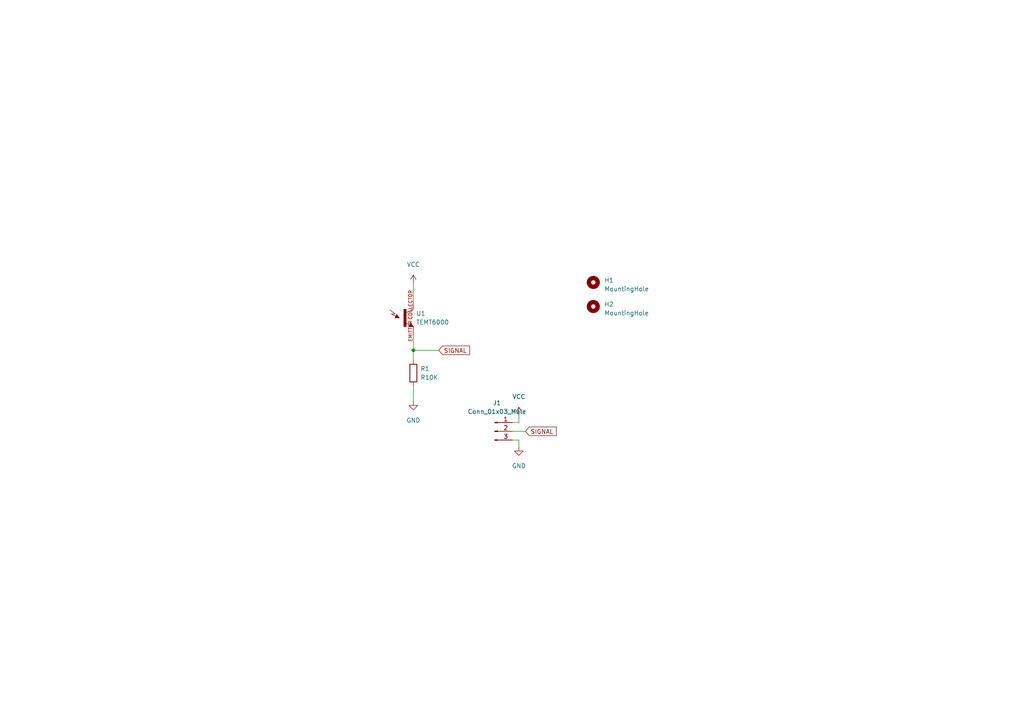
<source format=kicad_sch>
(kicad_sch (version 20230121) (generator eeschema)
  (paper "A4")
  (lib_symbols
    (symbol "Connector:Conn_01x03_Male" (pin_names (offset 1.016) hide)
      (property "Reference" "J" (at 0 5.08 0))
      (property "Value" "Conn_01x03_Male" (at 0 -5.08 0))
      (symbol "Conn_01x03_Male_1_1"
        (polyline (pts (xy 1.27 -2.54) (xy 0.8636 -2.54)) (stroke (width 0.1524)))
        (polyline (pts (xy 1.27 0) (xy 0.8636 0)) (stroke (width 0.1524)))
        (polyline (pts (xy 1.27 2.54) (xy 0.8636 2.54)) (stroke (width 0.1524)))
        (rectangle (start 0.8636 -2.413) (end 0 -2.667) (stroke (width 0.1524)) (fill (type outline)))
        (rectangle (start 0.8636 0.127) (end 0 -0.127) (stroke (width 0.1524)) (fill (type outline)))
        (rectangle (start 0.8636 2.667) (end 0 2.413) (stroke (width 0.1524)) (fill (type outline)))
        (pin passive line (at 5.08 2.54 180) (length 3.81) (name "Pin_1") (number "1"))
        (pin passive line (at 5.08 0 180) (length 3.81) (name "Pin_2") (number "2"))
        (pin passive line (at 5.08 -2.54 180) (length 3.81) (name "Pin_3") (number "3"))
      )
    )
    (symbol "Device:R" (pin_numbers hide) (pin_names (offset 0))
      (property "Reference" "R" (at 2.032 0 90))
      (property "Value" "R" (at 0 0 90))
      (symbol "R_0_1"
        (rectangle (start -1.016 -2.54) (end 1.016 2.54) (stroke (width 0.254)))
      )
      (symbol "R_1_1"
        (pin passive line (at 0 3.81 270) (length 1.27) (name "~") (number "1"))
        (pin passive line (at 0 -3.81 90) (length 1.27) (name "~") (number "2"))
      )
    )
    (symbol "Mechanical:MountingHole" (pin_names (offset 1.016))
      (property "Reference" "H" (at 0 5.08 0))
      (property "Value" "MountingHole" (at 0 3.175 0))
      (symbol "MountingHole_0_1"
        (circle (center 0 0) (radius 1.27) (stroke (width 1.27)))
      )
    )
    (symbol "TEMT6000:TEMT6000" (pin_names (offset 1.016))
      (property "Reference" "U" (at 5.0868 2.5434 0))
      (property "Value" "TEMT6000" (at 5.0863 -5.0863 0))
      (symbol "TEMT6000_0_0"
        (rectangle (start -0.2544 -2.5443) (end 0.508 2.54) (stroke (width 0.1)) (fill (type outline)))
        (polyline (pts (xy -3.81 1.143) (xy -2.794 1.143)) (stroke (width 0.1524)))
        (polyline (pts (xy -2.794 0) (xy -2.286 1.016)) (stroke (width 0.1524)))
        (polyline (pts (xy -2.794 1.143) (xy -4.191 2.286)) (stroke (width 0.1524)))
        (polyline (pts (xy -2.54 0.127) (xy -1.778 0.127)) (stroke (width 0.254)))
        (polyline (pts (xy -2.54 0.254) (xy -2.159 0.254)) (stroke (width 0.254)))
        (polyline (pts (xy -2.524 0.5) (xy -3.756 1.116)) (stroke (width 0.1524)))
        (polyline (pts (xy -2.286 0.762) (xy -2.54 0.254)) (stroke (width 0.254)))
        (polyline (pts (xy -2.286 1.016) (xy -1.524 0)) (stroke (width 0.1524)))
        (polyline (pts (xy -2.159 0.254) (xy -2.286 0.508)) (stroke (width 0.254)))
        (polyline (pts (xy -1.778 0.127) (xy -2.286 0.762)) (stroke (width 0.254)))
        (polyline (pts (xy -1.524 0) (xy -2.794 0)) (stroke (width 0.1524)))
        (polyline (pts (xy 1.27 -2.54) (xy 1.778 -1.524)) (stroke (width 0.1524)))
        (polyline (pts (xy 1.524 -2.413) (xy 2.286 -2.413)) (stroke (width 0.254)))
        (polyline (pts (xy 1.524 -2.286) (xy 1.905 -2.286)) (stroke (width 0.254)))
        (polyline (pts (xy 1.54 -2.04) (xy 0.308 -1.424)) (stroke (width 0.1524)))
        (polyline (pts (xy 1.778 -1.778) (xy 1.524 -2.286)) (stroke (width 0.254)))
        (polyline (pts (xy 1.778 -1.524) (xy 2.54 -2.54)) (stroke (width 0.1524)))
        (polyline (pts (xy 1.905 -2.286) (xy 1.778 -2.032)) (stroke (width 0.254)))
        (polyline (pts (xy 2.286 -2.413) (xy 1.778 -1.778)) (stroke (width 0.254)))
        (polyline (pts (xy 2.54 -2.54) (xy 1.27 -2.54)) (stroke (width 0.1524)))
        (polyline (pts (xy 2.54 2.54) (xy 0.508 1.524)) (stroke (width 0.1524)))
        (pin passive line (at 2.54 5.08 270) (length 2.54) (name "~") (number "COLLECTOR"))
        (pin passive line (at 2.54 -5.08 90) (length 2.54) (name "~") (number "EMITTER"))
      )
    )
    (symbol "power:GND" (power) (pin_names (offset 0))
      (property "Value" "GND" (at 0 -3.81 0))
      (symbol "GND_0_1"
        (polyline (pts (xy 0 0) (xy 0 -1.27) (xy 1.27 -1.27) (xy 0 -2.54) (xy -1.27 -1.27) (xy 0 -1.27)))
      )
      (symbol "GND_1_1"
        (pin power_in line (at 0 0 270) (length 0) hide (name "GND") (number "1"))
      )
    )
    (symbol "power:VCC" (power) (pin_names (offset 0))
      (property "Value" "VCC" (at 0 3.81 0))
      (symbol "VCC_0_1"
        (polyline (pts (xy -0.762 1.27) (xy 0 2.54)))
        (polyline (pts (xy 0 0) (xy 0 2.54)))
        (polyline (pts (xy 0 2.54) (xy 0.762 1.27)))
      )
      (symbol "VCC_1_1"
        (pin power_in line (at 0 0 90) (length 0) hide (name "VCC") (number "1"))
      )
    )
  )
  (junction (at 119.888 101.6))
  (wire (pts (xy 148.59 127.635) (xy 150.495 127.635)))
  (wire (pts (xy 148.59 122.555) (xy 150.495 122.555)))
  (wire (pts (xy 148.59 125.095) (xy 152.4 125.095)))
  (wire (pts (xy 119.888 82.296) (xy 119.888 87.122)))
  (wire (pts (xy 119.888 101.6) (xy 127.254 101.6)))
  (wire (pts (xy 150.495 127.635) (xy 150.495 129.54)))
  (wire (pts (xy 119.888 101.6) (xy 119.888 104.394)))
  (wire (pts (xy 150.495 122.555) (xy 150.495 120.65)))
  (wire (pts (xy 119.888 97.282) (xy 119.888 101.6)))
  (wire (pts (xy 119.888 112.014) (xy 119.888 116.332)))
  (global_label "SIGNAL" (shape input) (at 152.4 125.095 0) (property "Intersheetrefs" "${INTERSHEET_REFS}" (effects hide)))
  (global_label "SIGNAL" (shape input) (at 127.254 101.6 0) (property "Intersheetrefs" "${INTERSHEET_REFS}" (effects hide)))
  (symbol (lib_id "power:GND") (at 119.888 116.332 0) (unit 1)
    (property "Reference" "#PWR0103" (effects hide))
    (property "Value" "GND" (at 119.888 121.92 0))
  )
  (symbol (lib_id "Mechanical:MountingHole") (at 172.085 81.915 0) (unit 1)
    (property "Reference" "H1" (at 175.26 81.28 0) (effects (justify left)))
    (property "Value" "MountingHole" (at 175.26 83.82 0) (effects (justify left)))
    (property "Footprint" "MountingHole:MountingHole_3.2mm_M3_DIN965_Pad_TopOnly" (effects hide))
  )
  (symbol (lib_id "power:VCC") (at 119.888 82.296 0) (unit 1)
    (property "Reference" "#PWR0101" (effects hide))
    (property "Value" "VCC" (at 119.888 76.708 0))
  )
  (symbol (lib_id "Mechanical:MountingHole") (at 172.085 88.9 0) (unit 1)
    (property "Reference" "H2" (at 175.26 88.265 0) (effects (justify left)))
    (property "Value" "MountingHole" (at 175.26 90.805 0) (effects (justify left)))
    (property "Footprint" "MountingHole:MountingHole_3.2mm_M3_DIN965_Pad_TopOnly" (effects hide))
  )
  (symbol (lib_id "Device:R") (at 119.888 108.204 0) (unit 1)
    (property "Reference" "R1" (at 121.92 106.9339 0) (effects (justify left)))
    (property "Value" "R10K" (at 121.92 109.4739 0) (effects (justify left)))
    (property "Footprint" "Resistor_SMD:R_0805_2012Metric_Pad1.20x1.40mm_HandSolder" (effects hide))
  )
  (symbol (lib_id "Connector:Conn_01x03_Male") (at 143.51 125.095 0) (unit 1)
    (property "Reference" "J1" (at 144.145 116.84 0))
    (property "Value" "Conn_01x03_Male" (at 144.145 119.38 0))
    (property "Footprint" "Connector_Wire:SolderWire-0.1sqmm_1x03_P3.6mm_D0.4mm_OD1mm_Relief" (effects hide))
  )
  (symbol (lib_id "power:GND") (at 150.495 129.54 0) (unit 1)
    (property "Reference" "#PWR0104" (effects hide))
    (property "Value" "GND" (at 150.495 135.128 0))
  )
  (symbol (lib_id "power:VCC") (at 150.495 120.65 0) (unit 1)
    (property "Reference" "#PWR0102" (effects hide))
    (property "Value" "VCC" (at 150.495 115.062 0))
  )
  (symbol (lib_id "TEMT6000:TEMT6000") (at 117.348 92.202 0) (unit 1)
    (property "Reference" "U1" (at 120.65 90.9319 0) (effects (justify left)))
    (property "Value" "TEMT6000" (at 120.65 93.4719 0) (effects (justify left)))
    (property "Footprint" "TEMT6000:TEMT6000-SEN" (effects hide))
  )
)
</source>
